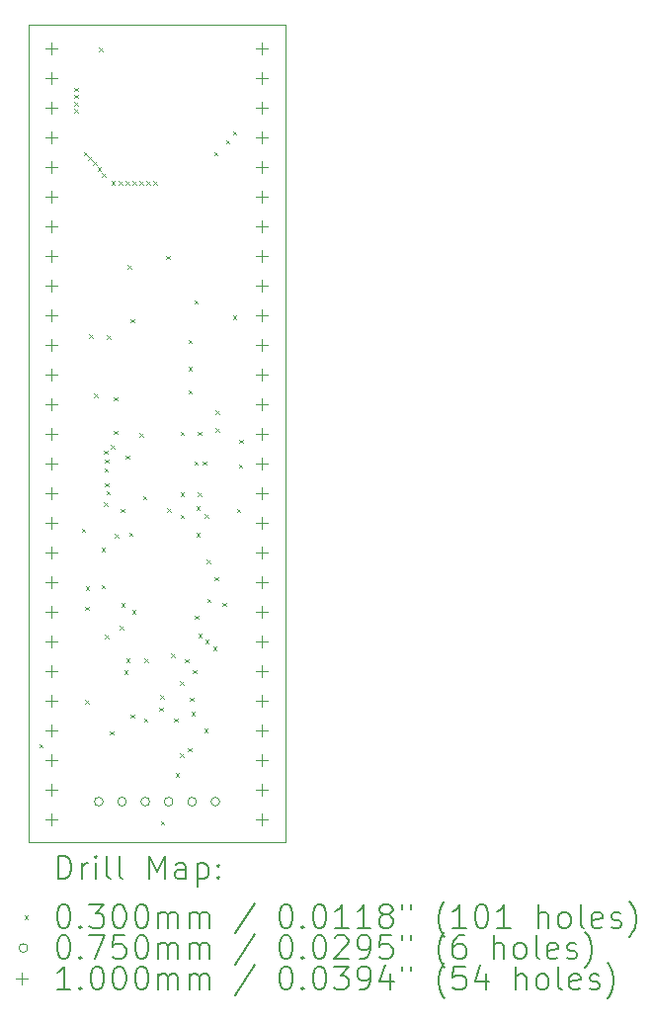
<source format=gbr>
%TF.GenerationSoftware,KiCad,Pcbnew,8.0.5*%
%TF.CreationDate,2024-10-01T14:56:49-07:00*%
%TF.ProjectId,gr25_nodes,67723235-5f6e-46f6-9465-732e6b696361,rev?*%
%TF.SameCoordinates,Original*%
%TF.FileFunction,Drillmap*%
%TF.FilePolarity,Positive*%
%FSLAX45Y45*%
G04 Gerber Fmt 4.5, Leading zero omitted, Abs format (unit mm)*
G04 Created by KiCad (PCBNEW 8.0.5) date 2024-10-01 14:56:49*
%MOMM*%
%LPD*%
G01*
G04 APERTURE LIST*
%ADD10C,0.100000*%
%ADD11C,0.200000*%
G04 APERTURE END LIST*
D10*
X13075000Y-9775000D02*
X13077500Y-2777500D01*
X10875000Y-2775000D02*
X10872500Y-9775000D01*
X13077500Y-2777500D02*
X10875000Y-2775000D01*
X10872500Y-9775000D02*
X13075000Y-9775000D01*
D11*
D10*
X10965000Y-8935000D02*
X10995000Y-8965000D01*
X10995000Y-8935000D02*
X10965000Y-8965000D01*
X11265000Y-3315000D02*
X11295000Y-3345000D01*
X11295000Y-3315000D02*
X11265000Y-3345000D01*
X11265000Y-3375000D02*
X11295000Y-3405000D01*
X11295000Y-3375000D02*
X11265000Y-3405000D01*
X11265000Y-3435000D02*
X11295000Y-3465000D01*
X11295000Y-3435000D02*
X11265000Y-3465000D01*
X11265000Y-3495000D02*
X11295000Y-3525000D01*
X11295000Y-3495000D02*
X11265000Y-3525000D01*
X11330000Y-7090000D02*
X11360000Y-7120000D01*
X11360000Y-7090000D02*
X11330000Y-7120000D01*
X11345000Y-3865000D02*
X11375000Y-3895000D01*
X11375000Y-3865000D02*
X11345000Y-3895000D01*
X11360000Y-7760000D02*
X11390000Y-7790000D01*
X11390000Y-7760000D02*
X11360000Y-7790000D01*
X11360000Y-8560000D02*
X11390000Y-8590000D01*
X11390000Y-8560000D02*
X11360000Y-8590000D01*
X11365000Y-7585000D02*
X11395000Y-7615000D01*
X11395000Y-7585000D02*
X11365000Y-7615000D01*
X11385000Y-3905000D02*
X11415000Y-3935000D01*
X11415000Y-3905000D02*
X11385000Y-3935000D01*
X11395000Y-5425000D02*
X11425000Y-5455000D01*
X11425000Y-5425000D02*
X11395000Y-5455000D01*
X11425000Y-3945000D02*
X11455000Y-3975000D01*
X11455000Y-3945000D02*
X11425000Y-3975000D01*
X11435000Y-5935000D02*
X11465000Y-5965000D01*
X11465000Y-5935000D02*
X11435000Y-5965000D01*
X11465000Y-3995000D02*
X11495000Y-4025000D01*
X11495000Y-3995000D02*
X11465000Y-4025000D01*
X11480000Y-2969497D02*
X11510000Y-2999497D01*
X11510000Y-2969497D02*
X11480000Y-2999497D01*
X11499401Y-7572905D02*
X11529401Y-7602905D01*
X11529401Y-7572905D02*
X11499401Y-7602905D01*
X11500000Y-7255000D02*
X11530000Y-7285000D01*
X11530000Y-7255000D02*
X11500000Y-7285000D01*
X11505000Y-4045000D02*
X11535000Y-4075000D01*
X11535000Y-4045000D02*
X11505000Y-4075000D01*
X11520000Y-6865000D02*
X11550000Y-6895000D01*
X11550000Y-6865000D02*
X11520000Y-6895000D01*
X11521317Y-6420000D02*
X11551317Y-6450000D01*
X11551317Y-6420000D02*
X11521317Y-6450000D01*
X11522663Y-6573124D02*
X11552663Y-6603124D01*
X11552663Y-6573124D02*
X11522663Y-6603124D01*
X11528456Y-6497138D02*
X11558456Y-6527138D01*
X11558456Y-6497138D02*
X11528456Y-6527138D01*
X11528492Y-6700952D02*
X11558492Y-6730952D01*
X11558492Y-6700952D02*
X11528492Y-6730952D01*
X11530000Y-8000000D02*
X11560000Y-8030000D01*
X11560000Y-8000000D02*
X11530000Y-8030000D01*
X11540000Y-6770000D02*
X11570000Y-6800000D01*
X11570000Y-6770000D02*
X11540000Y-6800000D01*
X11545000Y-5435000D02*
X11575000Y-5465000D01*
X11575000Y-5435000D02*
X11545000Y-5465000D01*
X11568765Y-8826235D02*
X11598765Y-8856235D01*
X11598765Y-8826235D02*
X11568765Y-8856235D01*
X11577693Y-6375000D02*
X11607693Y-6405000D01*
X11607693Y-6375000D02*
X11577693Y-6405000D01*
X11585000Y-4115000D02*
X11615000Y-4145000D01*
X11615000Y-4115000D02*
X11585000Y-4145000D01*
X11605000Y-5965000D02*
X11635000Y-5995000D01*
X11635000Y-5965000D02*
X11605000Y-5995000D01*
X11605000Y-6252500D02*
X11635000Y-6282500D01*
X11635000Y-6252500D02*
X11605000Y-6282500D01*
X11615000Y-7135000D02*
X11645000Y-7165000D01*
X11645000Y-7135000D02*
X11615000Y-7165000D01*
X11645000Y-4115000D02*
X11675000Y-4145000D01*
X11675000Y-4115000D02*
X11645000Y-4145000D01*
X11655000Y-7925000D02*
X11685000Y-7955000D01*
X11685000Y-7925000D02*
X11655000Y-7955000D01*
X11665000Y-6920126D02*
X11695000Y-6950126D01*
X11695000Y-6920126D02*
X11665000Y-6950126D01*
X11670000Y-7730000D02*
X11700000Y-7760000D01*
X11700000Y-7730000D02*
X11670000Y-7760000D01*
X11695000Y-8305000D02*
X11725000Y-8335000D01*
X11725000Y-8305000D02*
X11695000Y-8335000D01*
X11705000Y-4115000D02*
X11735000Y-4145000D01*
X11735000Y-4115000D02*
X11705000Y-4145000D01*
X11705000Y-6465000D02*
X11735000Y-6495000D01*
X11735000Y-6465000D02*
X11705000Y-6495000D01*
X11712500Y-8205000D02*
X11742500Y-8235000D01*
X11742500Y-8205000D02*
X11712500Y-8235000D01*
X11725000Y-4835000D02*
X11755000Y-4865000D01*
X11755000Y-4835000D02*
X11725000Y-4865000D01*
X11735000Y-7125000D02*
X11765000Y-7155000D01*
X11765000Y-7125000D02*
X11735000Y-7155000D01*
X11747500Y-5295000D02*
X11777500Y-5325000D01*
X11777500Y-5295000D02*
X11747500Y-5325000D01*
X11747863Y-8682137D02*
X11777863Y-8712137D01*
X11777863Y-8682137D02*
X11747863Y-8712137D01*
X11760000Y-7790000D02*
X11790000Y-7820000D01*
X11790000Y-7790000D02*
X11760000Y-7820000D01*
X11765000Y-4115000D02*
X11795000Y-4145000D01*
X11795000Y-4115000D02*
X11765000Y-4145000D01*
X11825000Y-4115000D02*
X11855000Y-4145000D01*
X11855000Y-4115000D02*
X11825000Y-4145000D01*
X11825000Y-6275000D02*
X11855000Y-6305000D01*
X11855000Y-6275000D02*
X11825000Y-6305000D01*
X11855000Y-6810000D02*
X11885000Y-6840000D01*
X11885000Y-6810000D02*
X11855000Y-6840000D01*
X11864544Y-8717500D02*
X11894544Y-8747500D01*
X11894544Y-8717500D02*
X11864544Y-8747500D01*
X11867500Y-8205000D02*
X11897500Y-8235000D01*
X11897500Y-8205000D02*
X11867500Y-8235000D01*
X11885000Y-4115000D02*
X11915000Y-4145000D01*
X11915000Y-4115000D02*
X11885000Y-4145000D01*
X11945000Y-4115000D02*
X11975000Y-4145000D01*
X11975000Y-4115000D02*
X11945000Y-4145000D01*
X11995265Y-8623735D02*
X12025265Y-8653735D01*
X12025265Y-8623735D02*
X11995265Y-8653735D01*
X12005000Y-8515000D02*
X12035000Y-8545000D01*
X12035000Y-8515000D02*
X12005000Y-8545000D01*
X12007500Y-9595000D02*
X12037500Y-9625000D01*
X12037500Y-9595000D02*
X12007500Y-9625000D01*
X12055000Y-4755000D02*
X12085000Y-4785000D01*
X12085000Y-4755000D02*
X12055000Y-4785000D01*
X12060000Y-6915000D02*
X12090000Y-6945000D01*
X12090000Y-6915000D02*
X12060000Y-6945000D01*
X12095888Y-8163388D02*
X12125888Y-8193388D01*
X12125888Y-8163388D02*
X12095888Y-8193388D01*
X12120000Y-8715000D02*
X12150000Y-8745000D01*
X12150000Y-8715000D02*
X12120000Y-8745000D01*
X12134000Y-9185000D02*
X12164000Y-9215000D01*
X12164000Y-9185000D02*
X12134000Y-9215000D01*
X12170000Y-9015000D02*
X12200000Y-9045000D01*
X12200000Y-9015000D02*
X12170000Y-9045000D01*
X12171265Y-8398735D02*
X12201265Y-8428735D01*
X12201265Y-8398735D02*
X12171265Y-8428735D01*
X12175000Y-6260000D02*
X12205000Y-6290000D01*
X12205000Y-6260000D02*
X12175000Y-6290000D01*
X12175000Y-6780000D02*
X12205000Y-6810000D01*
X12205000Y-6780000D02*
X12175000Y-6810000D01*
X12177420Y-6972500D02*
X12207420Y-7002500D01*
X12207420Y-6972500D02*
X12177420Y-7002500D01*
X12215000Y-8210000D02*
X12245000Y-8240000D01*
X12245000Y-8210000D02*
X12215000Y-8240000D01*
X12240000Y-8970000D02*
X12270000Y-9000000D01*
X12270000Y-8970000D02*
X12240000Y-9000000D01*
X12242500Y-5705000D02*
X12272500Y-5735000D01*
X12272500Y-5705000D02*
X12242500Y-5735000D01*
X12242500Y-5905000D02*
X12272500Y-5935000D01*
X12272500Y-5905000D02*
X12242500Y-5935000D01*
X12245000Y-5475000D02*
X12275000Y-5505000D01*
X12275000Y-5475000D02*
X12245000Y-5505000D01*
X12255000Y-8537000D02*
X12285000Y-8567000D01*
X12285000Y-8537000D02*
X12255000Y-8567000D01*
X12270000Y-8660000D02*
X12300000Y-8690000D01*
X12300000Y-8660000D02*
X12270000Y-8690000D01*
X12282500Y-8300000D02*
X12312500Y-8330000D01*
X12312500Y-8300000D02*
X12282500Y-8330000D01*
X12295000Y-5135000D02*
X12325000Y-5165000D01*
X12325000Y-5135000D02*
X12295000Y-5165000D01*
X12295000Y-6515000D02*
X12325000Y-6545000D01*
X12325000Y-6515000D02*
X12295000Y-6545000D01*
X12301250Y-7835000D02*
X12331250Y-7865000D01*
X12331250Y-7835000D02*
X12301250Y-7865000D01*
X12310000Y-6900000D02*
X12340000Y-6930000D01*
X12340000Y-6900000D02*
X12310000Y-6930000D01*
X12310000Y-7130000D02*
X12340000Y-7160000D01*
X12340000Y-7130000D02*
X12310000Y-7160000D01*
X12325000Y-6260000D02*
X12355000Y-6290000D01*
X12355000Y-6260000D02*
X12325000Y-6290000D01*
X12325000Y-6780000D02*
X12355000Y-6810000D01*
X12355000Y-6780000D02*
X12325000Y-6810000D01*
X12327500Y-7990000D02*
X12357500Y-8020000D01*
X12357500Y-7990000D02*
X12327500Y-8020000D01*
X12365000Y-6515000D02*
X12395000Y-6545000D01*
X12395000Y-6515000D02*
X12365000Y-6545000D01*
X12380000Y-8805000D02*
X12410000Y-8835000D01*
X12410000Y-8805000D02*
X12380000Y-8835000D01*
X12385000Y-6970000D02*
X12415000Y-7000000D01*
X12415000Y-6970000D02*
X12385000Y-7000000D01*
X12386338Y-8044386D02*
X12416338Y-8074386D01*
X12416338Y-8044386D02*
X12386338Y-8074386D01*
X12400000Y-7355000D02*
X12430000Y-7385000D01*
X12430000Y-7355000D02*
X12400000Y-7385000D01*
X12405000Y-7690000D02*
X12435000Y-7720000D01*
X12435000Y-7690000D02*
X12405000Y-7720000D01*
X12455000Y-8100000D02*
X12485000Y-8130000D01*
X12485000Y-8100000D02*
X12455000Y-8130000D01*
X12465000Y-3865000D02*
X12495000Y-3895000D01*
X12495000Y-3865000D02*
X12465000Y-3895000D01*
X12470000Y-7505000D02*
X12500000Y-7535000D01*
X12500000Y-7505000D02*
X12470000Y-7535000D01*
X12475000Y-6077500D02*
X12505000Y-6107500D01*
X12505000Y-6077500D02*
X12475000Y-6107500D01*
X12475000Y-6232500D02*
X12505000Y-6262500D01*
X12505000Y-6232500D02*
X12475000Y-6262500D01*
X12537500Y-7725000D02*
X12567500Y-7755000D01*
X12567500Y-7725000D02*
X12537500Y-7755000D01*
X12565000Y-3765000D02*
X12595000Y-3795000D01*
X12595000Y-3765000D02*
X12565000Y-3795000D01*
X12625000Y-3685000D02*
X12655000Y-3715000D01*
X12655000Y-3685000D02*
X12625000Y-3715000D01*
X12625000Y-5265000D02*
X12655000Y-5295000D01*
X12655000Y-5265000D02*
X12625000Y-5295000D01*
X12660000Y-6920000D02*
X12690000Y-6950000D01*
X12690000Y-6920000D02*
X12660000Y-6950000D01*
X12675000Y-6540000D02*
X12705000Y-6570000D01*
X12705000Y-6540000D02*
X12675000Y-6570000D01*
X12680000Y-6330000D02*
X12710000Y-6360000D01*
X12710000Y-6330000D02*
X12680000Y-6360000D01*
X11512500Y-9430000D02*
G75*
G02*
X11437500Y-9430000I-37500J0D01*
G01*
X11437500Y-9430000D02*
G75*
G02*
X11512500Y-9430000I37500J0D01*
G01*
X11712500Y-9430000D02*
G75*
G02*
X11637500Y-9430000I-37500J0D01*
G01*
X11637500Y-9430000D02*
G75*
G02*
X11712500Y-9430000I37500J0D01*
G01*
X11912500Y-9430000D02*
G75*
G02*
X11837500Y-9430000I-37500J0D01*
G01*
X11837500Y-9430000D02*
G75*
G02*
X11912500Y-9430000I37500J0D01*
G01*
X12112500Y-9430000D02*
G75*
G02*
X12037500Y-9430000I-37500J0D01*
G01*
X12037500Y-9430000D02*
G75*
G02*
X12112500Y-9430000I37500J0D01*
G01*
X12312500Y-9430000D02*
G75*
G02*
X12237500Y-9430000I-37500J0D01*
G01*
X12237500Y-9430000D02*
G75*
G02*
X12312500Y-9430000I37500J0D01*
G01*
X12512500Y-9430000D02*
G75*
G02*
X12437500Y-9430000I-37500J0D01*
G01*
X12437500Y-9430000D02*
G75*
G02*
X12512500Y-9430000I37500J0D01*
G01*
X11070000Y-2926000D02*
X11070000Y-3026000D01*
X11020000Y-2976000D02*
X11120000Y-2976000D01*
X11070000Y-3180000D02*
X11070000Y-3280000D01*
X11020000Y-3230000D02*
X11120000Y-3230000D01*
X11070000Y-3434000D02*
X11070000Y-3534000D01*
X11020000Y-3484000D02*
X11120000Y-3484000D01*
X11070000Y-3688000D02*
X11070000Y-3788000D01*
X11020000Y-3738000D02*
X11120000Y-3738000D01*
X11070000Y-3942000D02*
X11070000Y-4042000D01*
X11020000Y-3992000D02*
X11120000Y-3992000D01*
X11070000Y-4196000D02*
X11070000Y-4296000D01*
X11020000Y-4246000D02*
X11120000Y-4246000D01*
X11070000Y-4450000D02*
X11070000Y-4550000D01*
X11020000Y-4500000D02*
X11120000Y-4500000D01*
X11070000Y-4704000D02*
X11070000Y-4804000D01*
X11020000Y-4754000D02*
X11120000Y-4754000D01*
X11070000Y-4958000D02*
X11070000Y-5058000D01*
X11020000Y-5008000D02*
X11120000Y-5008000D01*
X11070000Y-5212000D02*
X11070000Y-5312000D01*
X11020000Y-5262000D02*
X11120000Y-5262000D01*
X11070000Y-5466000D02*
X11070000Y-5566000D01*
X11020000Y-5516000D02*
X11120000Y-5516000D01*
X11070000Y-5720000D02*
X11070000Y-5820000D01*
X11020000Y-5770000D02*
X11120000Y-5770000D01*
X11070000Y-5974000D02*
X11070000Y-6074000D01*
X11020000Y-6024000D02*
X11120000Y-6024000D01*
X11070000Y-6228000D02*
X11070000Y-6328000D01*
X11020000Y-6278000D02*
X11120000Y-6278000D01*
X11070000Y-6482000D02*
X11070000Y-6582000D01*
X11020000Y-6532000D02*
X11120000Y-6532000D01*
X11070000Y-6736000D02*
X11070000Y-6836000D01*
X11020000Y-6786000D02*
X11120000Y-6786000D01*
X11070000Y-6990000D02*
X11070000Y-7090000D01*
X11020000Y-7040000D02*
X11120000Y-7040000D01*
X11070000Y-7244000D02*
X11070000Y-7344000D01*
X11020000Y-7294000D02*
X11120000Y-7294000D01*
X11070000Y-7498000D02*
X11070000Y-7598000D01*
X11020000Y-7548000D02*
X11120000Y-7548000D01*
X11070000Y-7752000D02*
X11070000Y-7852000D01*
X11020000Y-7802000D02*
X11120000Y-7802000D01*
X11070000Y-8006000D02*
X11070000Y-8106000D01*
X11020000Y-8056000D02*
X11120000Y-8056000D01*
X11070000Y-8260000D02*
X11070000Y-8360000D01*
X11020000Y-8310000D02*
X11120000Y-8310000D01*
X11070000Y-8514000D02*
X11070000Y-8614000D01*
X11020000Y-8564000D02*
X11120000Y-8564000D01*
X11070000Y-8768000D02*
X11070000Y-8868000D01*
X11020000Y-8818000D02*
X11120000Y-8818000D01*
X11070000Y-9022000D02*
X11070000Y-9122000D01*
X11020000Y-9072000D02*
X11120000Y-9072000D01*
X11070000Y-9276000D02*
X11070000Y-9376000D01*
X11020000Y-9326000D02*
X11120000Y-9326000D01*
X11070000Y-9530000D02*
X11070000Y-9630000D01*
X11020000Y-9580000D02*
X11120000Y-9580000D01*
X12870000Y-2926000D02*
X12870000Y-3026000D01*
X12820000Y-2976000D02*
X12920000Y-2976000D01*
X12870000Y-3180000D02*
X12870000Y-3280000D01*
X12820000Y-3230000D02*
X12920000Y-3230000D01*
X12870000Y-3434000D02*
X12870000Y-3534000D01*
X12820000Y-3484000D02*
X12920000Y-3484000D01*
X12870000Y-3688000D02*
X12870000Y-3788000D01*
X12820000Y-3738000D02*
X12920000Y-3738000D01*
X12870000Y-3942000D02*
X12870000Y-4042000D01*
X12820000Y-3992000D02*
X12920000Y-3992000D01*
X12870000Y-4196000D02*
X12870000Y-4296000D01*
X12820000Y-4246000D02*
X12920000Y-4246000D01*
X12870000Y-4450000D02*
X12870000Y-4550000D01*
X12820000Y-4500000D02*
X12920000Y-4500000D01*
X12870000Y-4704000D02*
X12870000Y-4804000D01*
X12820000Y-4754000D02*
X12920000Y-4754000D01*
X12870000Y-4958000D02*
X12870000Y-5058000D01*
X12820000Y-5008000D02*
X12920000Y-5008000D01*
X12870000Y-5212000D02*
X12870000Y-5312000D01*
X12820000Y-5262000D02*
X12920000Y-5262000D01*
X12870000Y-5466000D02*
X12870000Y-5566000D01*
X12820000Y-5516000D02*
X12920000Y-5516000D01*
X12870000Y-5720000D02*
X12870000Y-5820000D01*
X12820000Y-5770000D02*
X12920000Y-5770000D01*
X12870000Y-5974000D02*
X12870000Y-6074000D01*
X12820000Y-6024000D02*
X12920000Y-6024000D01*
X12870000Y-6228000D02*
X12870000Y-6328000D01*
X12820000Y-6278000D02*
X12920000Y-6278000D01*
X12870000Y-6482000D02*
X12870000Y-6582000D01*
X12820000Y-6532000D02*
X12920000Y-6532000D01*
X12870000Y-6736000D02*
X12870000Y-6836000D01*
X12820000Y-6786000D02*
X12920000Y-6786000D01*
X12870000Y-6990000D02*
X12870000Y-7090000D01*
X12820000Y-7040000D02*
X12920000Y-7040000D01*
X12870000Y-7244000D02*
X12870000Y-7344000D01*
X12820000Y-7294000D02*
X12920000Y-7294000D01*
X12870000Y-7498000D02*
X12870000Y-7598000D01*
X12820000Y-7548000D02*
X12920000Y-7548000D01*
X12870000Y-7752000D02*
X12870000Y-7852000D01*
X12820000Y-7802000D02*
X12920000Y-7802000D01*
X12870000Y-8006000D02*
X12870000Y-8106000D01*
X12820000Y-8056000D02*
X12920000Y-8056000D01*
X12870000Y-8260000D02*
X12870000Y-8360000D01*
X12820000Y-8310000D02*
X12920000Y-8310000D01*
X12870000Y-8514000D02*
X12870000Y-8614000D01*
X12820000Y-8564000D02*
X12920000Y-8564000D01*
X12870000Y-8768000D02*
X12870000Y-8868000D01*
X12820000Y-8818000D02*
X12920000Y-8818000D01*
X12870000Y-9022000D02*
X12870000Y-9122000D01*
X12820000Y-9072000D02*
X12920000Y-9072000D01*
X12870000Y-9276000D02*
X12870000Y-9376000D01*
X12820000Y-9326000D02*
X12920000Y-9326000D01*
X12870000Y-9530000D02*
X12870000Y-9630000D01*
X12820000Y-9580000D02*
X12920000Y-9580000D01*
D11*
X11128277Y-10091484D02*
X11128277Y-9891484D01*
X11128277Y-9891484D02*
X11175896Y-9891484D01*
X11175896Y-9891484D02*
X11204467Y-9901008D01*
X11204467Y-9901008D02*
X11223515Y-9920055D01*
X11223515Y-9920055D02*
X11233039Y-9939103D01*
X11233039Y-9939103D02*
X11242562Y-9977198D01*
X11242562Y-9977198D02*
X11242562Y-10005770D01*
X11242562Y-10005770D02*
X11233039Y-10043865D01*
X11233039Y-10043865D02*
X11223515Y-10062912D01*
X11223515Y-10062912D02*
X11204467Y-10081960D01*
X11204467Y-10081960D02*
X11175896Y-10091484D01*
X11175896Y-10091484D02*
X11128277Y-10091484D01*
X11328277Y-10091484D02*
X11328277Y-9958150D01*
X11328277Y-9996246D02*
X11337801Y-9977198D01*
X11337801Y-9977198D02*
X11347324Y-9967674D01*
X11347324Y-9967674D02*
X11366372Y-9958150D01*
X11366372Y-9958150D02*
X11385420Y-9958150D01*
X11452086Y-10091484D02*
X11452086Y-9958150D01*
X11452086Y-9891484D02*
X11442562Y-9901008D01*
X11442562Y-9901008D02*
X11452086Y-9910531D01*
X11452086Y-9910531D02*
X11461610Y-9901008D01*
X11461610Y-9901008D02*
X11452086Y-9891484D01*
X11452086Y-9891484D02*
X11452086Y-9910531D01*
X11575896Y-10091484D02*
X11556848Y-10081960D01*
X11556848Y-10081960D02*
X11547324Y-10062912D01*
X11547324Y-10062912D02*
X11547324Y-9891484D01*
X11680658Y-10091484D02*
X11661610Y-10081960D01*
X11661610Y-10081960D02*
X11652086Y-10062912D01*
X11652086Y-10062912D02*
X11652086Y-9891484D01*
X11909229Y-10091484D02*
X11909229Y-9891484D01*
X11909229Y-9891484D02*
X11975896Y-10034341D01*
X11975896Y-10034341D02*
X12042562Y-9891484D01*
X12042562Y-9891484D02*
X12042562Y-10091484D01*
X12223515Y-10091484D02*
X12223515Y-9986722D01*
X12223515Y-9986722D02*
X12213991Y-9967674D01*
X12213991Y-9967674D02*
X12194943Y-9958150D01*
X12194943Y-9958150D02*
X12156848Y-9958150D01*
X12156848Y-9958150D02*
X12137801Y-9967674D01*
X12223515Y-10081960D02*
X12204467Y-10091484D01*
X12204467Y-10091484D02*
X12156848Y-10091484D01*
X12156848Y-10091484D02*
X12137801Y-10081960D01*
X12137801Y-10081960D02*
X12128277Y-10062912D01*
X12128277Y-10062912D02*
X12128277Y-10043865D01*
X12128277Y-10043865D02*
X12137801Y-10024817D01*
X12137801Y-10024817D02*
X12156848Y-10015293D01*
X12156848Y-10015293D02*
X12204467Y-10015293D01*
X12204467Y-10015293D02*
X12223515Y-10005770D01*
X12318753Y-9958150D02*
X12318753Y-10158150D01*
X12318753Y-9967674D02*
X12337801Y-9958150D01*
X12337801Y-9958150D02*
X12375896Y-9958150D01*
X12375896Y-9958150D02*
X12394943Y-9967674D01*
X12394943Y-9967674D02*
X12404467Y-9977198D01*
X12404467Y-9977198D02*
X12413991Y-9996246D01*
X12413991Y-9996246D02*
X12413991Y-10053389D01*
X12413991Y-10053389D02*
X12404467Y-10072436D01*
X12404467Y-10072436D02*
X12394943Y-10081960D01*
X12394943Y-10081960D02*
X12375896Y-10091484D01*
X12375896Y-10091484D02*
X12337801Y-10091484D01*
X12337801Y-10091484D02*
X12318753Y-10081960D01*
X12499705Y-10072436D02*
X12509229Y-10081960D01*
X12509229Y-10081960D02*
X12499705Y-10091484D01*
X12499705Y-10091484D02*
X12490182Y-10081960D01*
X12490182Y-10081960D02*
X12499705Y-10072436D01*
X12499705Y-10072436D02*
X12499705Y-10091484D01*
X12499705Y-9967674D02*
X12509229Y-9977198D01*
X12509229Y-9977198D02*
X12499705Y-9986722D01*
X12499705Y-9986722D02*
X12490182Y-9977198D01*
X12490182Y-9977198D02*
X12499705Y-9967674D01*
X12499705Y-9967674D02*
X12499705Y-9986722D01*
D10*
X10837500Y-10405000D02*
X10867500Y-10435000D01*
X10867500Y-10405000D02*
X10837500Y-10435000D01*
D11*
X11166372Y-10311484D02*
X11185420Y-10311484D01*
X11185420Y-10311484D02*
X11204467Y-10321008D01*
X11204467Y-10321008D02*
X11213991Y-10330531D01*
X11213991Y-10330531D02*
X11223515Y-10349579D01*
X11223515Y-10349579D02*
X11233039Y-10387674D01*
X11233039Y-10387674D02*
X11233039Y-10435293D01*
X11233039Y-10435293D02*
X11223515Y-10473389D01*
X11223515Y-10473389D02*
X11213991Y-10492436D01*
X11213991Y-10492436D02*
X11204467Y-10501960D01*
X11204467Y-10501960D02*
X11185420Y-10511484D01*
X11185420Y-10511484D02*
X11166372Y-10511484D01*
X11166372Y-10511484D02*
X11147324Y-10501960D01*
X11147324Y-10501960D02*
X11137801Y-10492436D01*
X11137801Y-10492436D02*
X11128277Y-10473389D01*
X11128277Y-10473389D02*
X11118753Y-10435293D01*
X11118753Y-10435293D02*
X11118753Y-10387674D01*
X11118753Y-10387674D02*
X11128277Y-10349579D01*
X11128277Y-10349579D02*
X11137801Y-10330531D01*
X11137801Y-10330531D02*
X11147324Y-10321008D01*
X11147324Y-10321008D02*
X11166372Y-10311484D01*
X11318753Y-10492436D02*
X11328277Y-10501960D01*
X11328277Y-10501960D02*
X11318753Y-10511484D01*
X11318753Y-10511484D02*
X11309229Y-10501960D01*
X11309229Y-10501960D02*
X11318753Y-10492436D01*
X11318753Y-10492436D02*
X11318753Y-10511484D01*
X11394943Y-10311484D02*
X11518753Y-10311484D01*
X11518753Y-10311484D02*
X11452086Y-10387674D01*
X11452086Y-10387674D02*
X11480658Y-10387674D01*
X11480658Y-10387674D02*
X11499705Y-10397198D01*
X11499705Y-10397198D02*
X11509229Y-10406722D01*
X11509229Y-10406722D02*
X11518753Y-10425770D01*
X11518753Y-10425770D02*
X11518753Y-10473389D01*
X11518753Y-10473389D02*
X11509229Y-10492436D01*
X11509229Y-10492436D02*
X11499705Y-10501960D01*
X11499705Y-10501960D02*
X11480658Y-10511484D01*
X11480658Y-10511484D02*
X11423515Y-10511484D01*
X11423515Y-10511484D02*
X11404467Y-10501960D01*
X11404467Y-10501960D02*
X11394943Y-10492436D01*
X11642562Y-10311484D02*
X11661610Y-10311484D01*
X11661610Y-10311484D02*
X11680658Y-10321008D01*
X11680658Y-10321008D02*
X11690182Y-10330531D01*
X11690182Y-10330531D02*
X11699705Y-10349579D01*
X11699705Y-10349579D02*
X11709229Y-10387674D01*
X11709229Y-10387674D02*
X11709229Y-10435293D01*
X11709229Y-10435293D02*
X11699705Y-10473389D01*
X11699705Y-10473389D02*
X11690182Y-10492436D01*
X11690182Y-10492436D02*
X11680658Y-10501960D01*
X11680658Y-10501960D02*
X11661610Y-10511484D01*
X11661610Y-10511484D02*
X11642562Y-10511484D01*
X11642562Y-10511484D02*
X11623515Y-10501960D01*
X11623515Y-10501960D02*
X11613991Y-10492436D01*
X11613991Y-10492436D02*
X11604467Y-10473389D01*
X11604467Y-10473389D02*
X11594943Y-10435293D01*
X11594943Y-10435293D02*
X11594943Y-10387674D01*
X11594943Y-10387674D02*
X11604467Y-10349579D01*
X11604467Y-10349579D02*
X11613991Y-10330531D01*
X11613991Y-10330531D02*
X11623515Y-10321008D01*
X11623515Y-10321008D02*
X11642562Y-10311484D01*
X11833039Y-10311484D02*
X11852086Y-10311484D01*
X11852086Y-10311484D02*
X11871134Y-10321008D01*
X11871134Y-10321008D02*
X11880658Y-10330531D01*
X11880658Y-10330531D02*
X11890182Y-10349579D01*
X11890182Y-10349579D02*
X11899705Y-10387674D01*
X11899705Y-10387674D02*
X11899705Y-10435293D01*
X11899705Y-10435293D02*
X11890182Y-10473389D01*
X11890182Y-10473389D02*
X11880658Y-10492436D01*
X11880658Y-10492436D02*
X11871134Y-10501960D01*
X11871134Y-10501960D02*
X11852086Y-10511484D01*
X11852086Y-10511484D02*
X11833039Y-10511484D01*
X11833039Y-10511484D02*
X11813991Y-10501960D01*
X11813991Y-10501960D02*
X11804467Y-10492436D01*
X11804467Y-10492436D02*
X11794943Y-10473389D01*
X11794943Y-10473389D02*
X11785420Y-10435293D01*
X11785420Y-10435293D02*
X11785420Y-10387674D01*
X11785420Y-10387674D02*
X11794943Y-10349579D01*
X11794943Y-10349579D02*
X11804467Y-10330531D01*
X11804467Y-10330531D02*
X11813991Y-10321008D01*
X11813991Y-10321008D02*
X11833039Y-10311484D01*
X11985420Y-10511484D02*
X11985420Y-10378150D01*
X11985420Y-10397198D02*
X11994943Y-10387674D01*
X11994943Y-10387674D02*
X12013991Y-10378150D01*
X12013991Y-10378150D02*
X12042563Y-10378150D01*
X12042563Y-10378150D02*
X12061610Y-10387674D01*
X12061610Y-10387674D02*
X12071134Y-10406722D01*
X12071134Y-10406722D02*
X12071134Y-10511484D01*
X12071134Y-10406722D02*
X12080658Y-10387674D01*
X12080658Y-10387674D02*
X12099705Y-10378150D01*
X12099705Y-10378150D02*
X12128277Y-10378150D01*
X12128277Y-10378150D02*
X12147324Y-10387674D01*
X12147324Y-10387674D02*
X12156848Y-10406722D01*
X12156848Y-10406722D02*
X12156848Y-10511484D01*
X12252086Y-10511484D02*
X12252086Y-10378150D01*
X12252086Y-10397198D02*
X12261610Y-10387674D01*
X12261610Y-10387674D02*
X12280658Y-10378150D01*
X12280658Y-10378150D02*
X12309229Y-10378150D01*
X12309229Y-10378150D02*
X12328277Y-10387674D01*
X12328277Y-10387674D02*
X12337801Y-10406722D01*
X12337801Y-10406722D02*
X12337801Y-10511484D01*
X12337801Y-10406722D02*
X12347324Y-10387674D01*
X12347324Y-10387674D02*
X12366372Y-10378150D01*
X12366372Y-10378150D02*
X12394943Y-10378150D01*
X12394943Y-10378150D02*
X12413991Y-10387674D01*
X12413991Y-10387674D02*
X12423515Y-10406722D01*
X12423515Y-10406722D02*
X12423515Y-10511484D01*
X12813991Y-10301960D02*
X12642563Y-10559103D01*
X13071134Y-10311484D02*
X13090182Y-10311484D01*
X13090182Y-10311484D02*
X13109229Y-10321008D01*
X13109229Y-10321008D02*
X13118753Y-10330531D01*
X13118753Y-10330531D02*
X13128277Y-10349579D01*
X13128277Y-10349579D02*
X13137801Y-10387674D01*
X13137801Y-10387674D02*
X13137801Y-10435293D01*
X13137801Y-10435293D02*
X13128277Y-10473389D01*
X13128277Y-10473389D02*
X13118753Y-10492436D01*
X13118753Y-10492436D02*
X13109229Y-10501960D01*
X13109229Y-10501960D02*
X13090182Y-10511484D01*
X13090182Y-10511484D02*
X13071134Y-10511484D01*
X13071134Y-10511484D02*
X13052086Y-10501960D01*
X13052086Y-10501960D02*
X13042563Y-10492436D01*
X13042563Y-10492436D02*
X13033039Y-10473389D01*
X13033039Y-10473389D02*
X13023515Y-10435293D01*
X13023515Y-10435293D02*
X13023515Y-10387674D01*
X13023515Y-10387674D02*
X13033039Y-10349579D01*
X13033039Y-10349579D02*
X13042563Y-10330531D01*
X13042563Y-10330531D02*
X13052086Y-10321008D01*
X13052086Y-10321008D02*
X13071134Y-10311484D01*
X13223515Y-10492436D02*
X13233039Y-10501960D01*
X13233039Y-10501960D02*
X13223515Y-10511484D01*
X13223515Y-10511484D02*
X13213991Y-10501960D01*
X13213991Y-10501960D02*
X13223515Y-10492436D01*
X13223515Y-10492436D02*
X13223515Y-10511484D01*
X13356848Y-10311484D02*
X13375896Y-10311484D01*
X13375896Y-10311484D02*
X13394944Y-10321008D01*
X13394944Y-10321008D02*
X13404467Y-10330531D01*
X13404467Y-10330531D02*
X13413991Y-10349579D01*
X13413991Y-10349579D02*
X13423515Y-10387674D01*
X13423515Y-10387674D02*
X13423515Y-10435293D01*
X13423515Y-10435293D02*
X13413991Y-10473389D01*
X13413991Y-10473389D02*
X13404467Y-10492436D01*
X13404467Y-10492436D02*
X13394944Y-10501960D01*
X13394944Y-10501960D02*
X13375896Y-10511484D01*
X13375896Y-10511484D02*
X13356848Y-10511484D01*
X13356848Y-10511484D02*
X13337801Y-10501960D01*
X13337801Y-10501960D02*
X13328277Y-10492436D01*
X13328277Y-10492436D02*
X13318753Y-10473389D01*
X13318753Y-10473389D02*
X13309229Y-10435293D01*
X13309229Y-10435293D02*
X13309229Y-10387674D01*
X13309229Y-10387674D02*
X13318753Y-10349579D01*
X13318753Y-10349579D02*
X13328277Y-10330531D01*
X13328277Y-10330531D02*
X13337801Y-10321008D01*
X13337801Y-10321008D02*
X13356848Y-10311484D01*
X13613991Y-10511484D02*
X13499706Y-10511484D01*
X13556848Y-10511484D02*
X13556848Y-10311484D01*
X13556848Y-10311484D02*
X13537801Y-10340055D01*
X13537801Y-10340055D02*
X13518753Y-10359103D01*
X13518753Y-10359103D02*
X13499706Y-10368627D01*
X13804467Y-10511484D02*
X13690182Y-10511484D01*
X13747325Y-10511484D02*
X13747325Y-10311484D01*
X13747325Y-10311484D02*
X13728277Y-10340055D01*
X13728277Y-10340055D02*
X13709229Y-10359103D01*
X13709229Y-10359103D02*
X13690182Y-10368627D01*
X13918753Y-10397198D02*
X13899706Y-10387674D01*
X13899706Y-10387674D02*
X13890182Y-10378150D01*
X13890182Y-10378150D02*
X13880658Y-10359103D01*
X13880658Y-10359103D02*
X13880658Y-10349579D01*
X13880658Y-10349579D02*
X13890182Y-10330531D01*
X13890182Y-10330531D02*
X13899706Y-10321008D01*
X13899706Y-10321008D02*
X13918753Y-10311484D01*
X13918753Y-10311484D02*
X13956848Y-10311484D01*
X13956848Y-10311484D02*
X13975896Y-10321008D01*
X13975896Y-10321008D02*
X13985420Y-10330531D01*
X13985420Y-10330531D02*
X13994944Y-10349579D01*
X13994944Y-10349579D02*
X13994944Y-10359103D01*
X13994944Y-10359103D02*
X13985420Y-10378150D01*
X13985420Y-10378150D02*
X13975896Y-10387674D01*
X13975896Y-10387674D02*
X13956848Y-10397198D01*
X13956848Y-10397198D02*
X13918753Y-10397198D01*
X13918753Y-10397198D02*
X13899706Y-10406722D01*
X13899706Y-10406722D02*
X13890182Y-10416246D01*
X13890182Y-10416246D02*
X13880658Y-10435293D01*
X13880658Y-10435293D02*
X13880658Y-10473389D01*
X13880658Y-10473389D02*
X13890182Y-10492436D01*
X13890182Y-10492436D02*
X13899706Y-10501960D01*
X13899706Y-10501960D02*
X13918753Y-10511484D01*
X13918753Y-10511484D02*
X13956848Y-10511484D01*
X13956848Y-10511484D02*
X13975896Y-10501960D01*
X13975896Y-10501960D02*
X13985420Y-10492436D01*
X13985420Y-10492436D02*
X13994944Y-10473389D01*
X13994944Y-10473389D02*
X13994944Y-10435293D01*
X13994944Y-10435293D02*
X13985420Y-10416246D01*
X13985420Y-10416246D02*
X13975896Y-10406722D01*
X13975896Y-10406722D02*
X13956848Y-10397198D01*
X14071134Y-10311484D02*
X14071134Y-10349579D01*
X14147325Y-10311484D02*
X14147325Y-10349579D01*
X14442563Y-10587674D02*
X14433039Y-10578150D01*
X14433039Y-10578150D02*
X14413991Y-10549579D01*
X14413991Y-10549579D02*
X14404468Y-10530531D01*
X14404468Y-10530531D02*
X14394944Y-10501960D01*
X14394944Y-10501960D02*
X14385420Y-10454341D01*
X14385420Y-10454341D02*
X14385420Y-10416246D01*
X14385420Y-10416246D02*
X14394944Y-10368627D01*
X14394944Y-10368627D02*
X14404468Y-10340055D01*
X14404468Y-10340055D02*
X14413991Y-10321008D01*
X14413991Y-10321008D02*
X14433039Y-10292436D01*
X14433039Y-10292436D02*
X14442563Y-10282912D01*
X14623515Y-10511484D02*
X14509229Y-10511484D01*
X14566372Y-10511484D02*
X14566372Y-10311484D01*
X14566372Y-10311484D02*
X14547325Y-10340055D01*
X14547325Y-10340055D02*
X14528277Y-10359103D01*
X14528277Y-10359103D02*
X14509229Y-10368627D01*
X14747325Y-10311484D02*
X14766372Y-10311484D01*
X14766372Y-10311484D02*
X14785420Y-10321008D01*
X14785420Y-10321008D02*
X14794944Y-10330531D01*
X14794944Y-10330531D02*
X14804468Y-10349579D01*
X14804468Y-10349579D02*
X14813991Y-10387674D01*
X14813991Y-10387674D02*
X14813991Y-10435293D01*
X14813991Y-10435293D02*
X14804468Y-10473389D01*
X14804468Y-10473389D02*
X14794944Y-10492436D01*
X14794944Y-10492436D02*
X14785420Y-10501960D01*
X14785420Y-10501960D02*
X14766372Y-10511484D01*
X14766372Y-10511484D02*
X14747325Y-10511484D01*
X14747325Y-10511484D02*
X14728277Y-10501960D01*
X14728277Y-10501960D02*
X14718753Y-10492436D01*
X14718753Y-10492436D02*
X14709229Y-10473389D01*
X14709229Y-10473389D02*
X14699706Y-10435293D01*
X14699706Y-10435293D02*
X14699706Y-10387674D01*
X14699706Y-10387674D02*
X14709229Y-10349579D01*
X14709229Y-10349579D02*
X14718753Y-10330531D01*
X14718753Y-10330531D02*
X14728277Y-10321008D01*
X14728277Y-10321008D02*
X14747325Y-10311484D01*
X15004468Y-10511484D02*
X14890182Y-10511484D01*
X14947325Y-10511484D02*
X14947325Y-10311484D01*
X14947325Y-10311484D02*
X14928277Y-10340055D01*
X14928277Y-10340055D02*
X14909229Y-10359103D01*
X14909229Y-10359103D02*
X14890182Y-10368627D01*
X15242563Y-10511484D02*
X15242563Y-10311484D01*
X15328277Y-10511484D02*
X15328277Y-10406722D01*
X15328277Y-10406722D02*
X15318753Y-10387674D01*
X15318753Y-10387674D02*
X15299706Y-10378150D01*
X15299706Y-10378150D02*
X15271134Y-10378150D01*
X15271134Y-10378150D02*
X15252087Y-10387674D01*
X15252087Y-10387674D02*
X15242563Y-10397198D01*
X15452087Y-10511484D02*
X15433039Y-10501960D01*
X15433039Y-10501960D02*
X15423515Y-10492436D01*
X15423515Y-10492436D02*
X15413991Y-10473389D01*
X15413991Y-10473389D02*
X15413991Y-10416246D01*
X15413991Y-10416246D02*
X15423515Y-10397198D01*
X15423515Y-10397198D02*
X15433039Y-10387674D01*
X15433039Y-10387674D02*
X15452087Y-10378150D01*
X15452087Y-10378150D02*
X15480658Y-10378150D01*
X15480658Y-10378150D02*
X15499706Y-10387674D01*
X15499706Y-10387674D02*
X15509230Y-10397198D01*
X15509230Y-10397198D02*
X15518753Y-10416246D01*
X15518753Y-10416246D02*
X15518753Y-10473389D01*
X15518753Y-10473389D02*
X15509230Y-10492436D01*
X15509230Y-10492436D02*
X15499706Y-10501960D01*
X15499706Y-10501960D02*
X15480658Y-10511484D01*
X15480658Y-10511484D02*
X15452087Y-10511484D01*
X15633039Y-10511484D02*
X15613991Y-10501960D01*
X15613991Y-10501960D02*
X15604468Y-10482912D01*
X15604468Y-10482912D02*
X15604468Y-10311484D01*
X15785420Y-10501960D02*
X15766372Y-10511484D01*
X15766372Y-10511484D02*
X15728277Y-10511484D01*
X15728277Y-10511484D02*
X15709230Y-10501960D01*
X15709230Y-10501960D02*
X15699706Y-10482912D01*
X15699706Y-10482912D02*
X15699706Y-10406722D01*
X15699706Y-10406722D02*
X15709230Y-10387674D01*
X15709230Y-10387674D02*
X15728277Y-10378150D01*
X15728277Y-10378150D02*
X15766372Y-10378150D01*
X15766372Y-10378150D02*
X15785420Y-10387674D01*
X15785420Y-10387674D02*
X15794944Y-10406722D01*
X15794944Y-10406722D02*
X15794944Y-10425770D01*
X15794944Y-10425770D02*
X15699706Y-10444817D01*
X15871134Y-10501960D02*
X15890182Y-10511484D01*
X15890182Y-10511484D02*
X15928277Y-10511484D01*
X15928277Y-10511484D02*
X15947325Y-10501960D01*
X15947325Y-10501960D02*
X15956849Y-10482912D01*
X15956849Y-10482912D02*
X15956849Y-10473389D01*
X15956849Y-10473389D02*
X15947325Y-10454341D01*
X15947325Y-10454341D02*
X15928277Y-10444817D01*
X15928277Y-10444817D02*
X15899706Y-10444817D01*
X15899706Y-10444817D02*
X15880658Y-10435293D01*
X15880658Y-10435293D02*
X15871134Y-10416246D01*
X15871134Y-10416246D02*
X15871134Y-10406722D01*
X15871134Y-10406722D02*
X15880658Y-10387674D01*
X15880658Y-10387674D02*
X15899706Y-10378150D01*
X15899706Y-10378150D02*
X15928277Y-10378150D01*
X15928277Y-10378150D02*
X15947325Y-10387674D01*
X16023515Y-10587674D02*
X16033039Y-10578150D01*
X16033039Y-10578150D02*
X16052087Y-10549579D01*
X16052087Y-10549579D02*
X16061611Y-10530531D01*
X16061611Y-10530531D02*
X16071134Y-10501960D01*
X16071134Y-10501960D02*
X16080658Y-10454341D01*
X16080658Y-10454341D02*
X16080658Y-10416246D01*
X16080658Y-10416246D02*
X16071134Y-10368627D01*
X16071134Y-10368627D02*
X16061611Y-10340055D01*
X16061611Y-10340055D02*
X16052087Y-10321008D01*
X16052087Y-10321008D02*
X16033039Y-10292436D01*
X16033039Y-10292436D02*
X16023515Y-10282912D01*
D10*
X10867500Y-10684000D02*
G75*
G02*
X10792500Y-10684000I-37500J0D01*
G01*
X10792500Y-10684000D02*
G75*
G02*
X10867500Y-10684000I37500J0D01*
G01*
D11*
X11166372Y-10575484D02*
X11185420Y-10575484D01*
X11185420Y-10575484D02*
X11204467Y-10585008D01*
X11204467Y-10585008D02*
X11213991Y-10594531D01*
X11213991Y-10594531D02*
X11223515Y-10613579D01*
X11223515Y-10613579D02*
X11233039Y-10651674D01*
X11233039Y-10651674D02*
X11233039Y-10699293D01*
X11233039Y-10699293D02*
X11223515Y-10737389D01*
X11223515Y-10737389D02*
X11213991Y-10756436D01*
X11213991Y-10756436D02*
X11204467Y-10765960D01*
X11204467Y-10765960D02*
X11185420Y-10775484D01*
X11185420Y-10775484D02*
X11166372Y-10775484D01*
X11166372Y-10775484D02*
X11147324Y-10765960D01*
X11147324Y-10765960D02*
X11137801Y-10756436D01*
X11137801Y-10756436D02*
X11128277Y-10737389D01*
X11128277Y-10737389D02*
X11118753Y-10699293D01*
X11118753Y-10699293D02*
X11118753Y-10651674D01*
X11118753Y-10651674D02*
X11128277Y-10613579D01*
X11128277Y-10613579D02*
X11137801Y-10594531D01*
X11137801Y-10594531D02*
X11147324Y-10585008D01*
X11147324Y-10585008D02*
X11166372Y-10575484D01*
X11318753Y-10756436D02*
X11328277Y-10765960D01*
X11328277Y-10765960D02*
X11318753Y-10775484D01*
X11318753Y-10775484D02*
X11309229Y-10765960D01*
X11309229Y-10765960D02*
X11318753Y-10756436D01*
X11318753Y-10756436D02*
X11318753Y-10775484D01*
X11394943Y-10575484D02*
X11528277Y-10575484D01*
X11528277Y-10575484D02*
X11442562Y-10775484D01*
X11699705Y-10575484D02*
X11604467Y-10575484D01*
X11604467Y-10575484D02*
X11594943Y-10670722D01*
X11594943Y-10670722D02*
X11604467Y-10661198D01*
X11604467Y-10661198D02*
X11623515Y-10651674D01*
X11623515Y-10651674D02*
X11671134Y-10651674D01*
X11671134Y-10651674D02*
X11690182Y-10661198D01*
X11690182Y-10661198D02*
X11699705Y-10670722D01*
X11699705Y-10670722D02*
X11709229Y-10689770D01*
X11709229Y-10689770D02*
X11709229Y-10737389D01*
X11709229Y-10737389D02*
X11699705Y-10756436D01*
X11699705Y-10756436D02*
X11690182Y-10765960D01*
X11690182Y-10765960D02*
X11671134Y-10775484D01*
X11671134Y-10775484D02*
X11623515Y-10775484D01*
X11623515Y-10775484D02*
X11604467Y-10765960D01*
X11604467Y-10765960D02*
X11594943Y-10756436D01*
X11833039Y-10575484D02*
X11852086Y-10575484D01*
X11852086Y-10575484D02*
X11871134Y-10585008D01*
X11871134Y-10585008D02*
X11880658Y-10594531D01*
X11880658Y-10594531D02*
X11890182Y-10613579D01*
X11890182Y-10613579D02*
X11899705Y-10651674D01*
X11899705Y-10651674D02*
X11899705Y-10699293D01*
X11899705Y-10699293D02*
X11890182Y-10737389D01*
X11890182Y-10737389D02*
X11880658Y-10756436D01*
X11880658Y-10756436D02*
X11871134Y-10765960D01*
X11871134Y-10765960D02*
X11852086Y-10775484D01*
X11852086Y-10775484D02*
X11833039Y-10775484D01*
X11833039Y-10775484D02*
X11813991Y-10765960D01*
X11813991Y-10765960D02*
X11804467Y-10756436D01*
X11804467Y-10756436D02*
X11794943Y-10737389D01*
X11794943Y-10737389D02*
X11785420Y-10699293D01*
X11785420Y-10699293D02*
X11785420Y-10651674D01*
X11785420Y-10651674D02*
X11794943Y-10613579D01*
X11794943Y-10613579D02*
X11804467Y-10594531D01*
X11804467Y-10594531D02*
X11813991Y-10585008D01*
X11813991Y-10585008D02*
X11833039Y-10575484D01*
X11985420Y-10775484D02*
X11985420Y-10642150D01*
X11985420Y-10661198D02*
X11994943Y-10651674D01*
X11994943Y-10651674D02*
X12013991Y-10642150D01*
X12013991Y-10642150D02*
X12042563Y-10642150D01*
X12042563Y-10642150D02*
X12061610Y-10651674D01*
X12061610Y-10651674D02*
X12071134Y-10670722D01*
X12071134Y-10670722D02*
X12071134Y-10775484D01*
X12071134Y-10670722D02*
X12080658Y-10651674D01*
X12080658Y-10651674D02*
X12099705Y-10642150D01*
X12099705Y-10642150D02*
X12128277Y-10642150D01*
X12128277Y-10642150D02*
X12147324Y-10651674D01*
X12147324Y-10651674D02*
X12156848Y-10670722D01*
X12156848Y-10670722D02*
X12156848Y-10775484D01*
X12252086Y-10775484D02*
X12252086Y-10642150D01*
X12252086Y-10661198D02*
X12261610Y-10651674D01*
X12261610Y-10651674D02*
X12280658Y-10642150D01*
X12280658Y-10642150D02*
X12309229Y-10642150D01*
X12309229Y-10642150D02*
X12328277Y-10651674D01*
X12328277Y-10651674D02*
X12337801Y-10670722D01*
X12337801Y-10670722D02*
X12337801Y-10775484D01*
X12337801Y-10670722D02*
X12347324Y-10651674D01*
X12347324Y-10651674D02*
X12366372Y-10642150D01*
X12366372Y-10642150D02*
X12394943Y-10642150D01*
X12394943Y-10642150D02*
X12413991Y-10651674D01*
X12413991Y-10651674D02*
X12423515Y-10670722D01*
X12423515Y-10670722D02*
X12423515Y-10775484D01*
X12813991Y-10565960D02*
X12642563Y-10823103D01*
X13071134Y-10575484D02*
X13090182Y-10575484D01*
X13090182Y-10575484D02*
X13109229Y-10585008D01*
X13109229Y-10585008D02*
X13118753Y-10594531D01*
X13118753Y-10594531D02*
X13128277Y-10613579D01*
X13128277Y-10613579D02*
X13137801Y-10651674D01*
X13137801Y-10651674D02*
X13137801Y-10699293D01*
X13137801Y-10699293D02*
X13128277Y-10737389D01*
X13128277Y-10737389D02*
X13118753Y-10756436D01*
X13118753Y-10756436D02*
X13109229Y-10765960D01*
X13109229Y-10765960D02*
X13090182Y-10775484D01*
X13090182Y-10775484D02*
X13071134Y-10775484D01*
X13071134Y-10775484D02*
X13052086Y-10765960D01*
X13052086Y-10765960D02*
X13042563Y-10756436D01*
X13042563Y-10756436D02*
X13033039Y-10737389D01*
X13033039Y-10737389D02*
X13023515Y-10699293D01*
X13023515Y-10699293D02*
X13023515Y-10651674D01*
X13023515Y-10651674D02*
X13033039Y-10613579D01*
X13033039Y-10613579D02*
X13042563Y-10594531D01*
X13042563Y-10594531D02*
X13052086Y-10585008D01*
X13052086Y-10585008D02*
X13071134Y-10575484D01*
X13223515Y-10756436D02*
X13233039Y-10765960D01*
X13233039Y-10765960D02*
X13223515Y-10775484D01*
X13223515Y-10775484D02*
X13213991Y-10765960D01*
X13213991Y-10765960D02*
X13223515Y-10756436D01*
X13223515Y-10756436D02*
X13223515Y-10775484D01*
X13356848Y-10575484D02*
X13375896Y-10575484D01*
X13375896Y-10575484D02*
X13394944Y-10585008D01*
X13394944Y-10585008D02*
X13404467Y-10594531D01*
X13404467Y-10594531D02*
X13413991Y-10613579D01*
X13413991Y-10613579D02*
X13423515Y-10651674D01*
X13423515Y-10651674D02*
X13423515Y-10699293D01*
X13423515Y-10699293D02*
X13413991Y-10737389D01*
X13413991Y-10737389D02*
X13404467Y-10756436D01*
X13404467Y-10756436D02*
X13394944Y-10765960D01*
X13394944Y-10765960D02*
X13375896Y-10775484D01*
X13375896Y-10775484D02*
X13356848Y-10775484D01*
X13356848Y-10775484D02*
X13337801Y-10765960D01*
X13337801Y-10765960D02*
X13328277Y-10756436D01*
X13328277Y-10756436D02*
X13318753Y-10737389D01*
X13318753Y-10737389D02*
X13309229Y-10699293D01*
X13309229Y-10699293D02*
X13309229Y-10651674D01*
X13309229Y-10651674D02*
X13318753Y-10613579D01*
X13318753Y-10613579D02*
X13328277Y-10594531D01*
X13328277Y-10594531D02*
X13337801Y-10585008D01*
X13337801Y-10585008D02*
X13356848Y-10575484D01*
X13499706Y-10594531D02*
X13509229Y-10585008D01*
X13509229Y-10585008D02*
X13528277Y-10575484D01*
X13528277Y-10575484D02*
X13575896Y-10575484D01*
X13575896Y-10575484D02*
X13594944Y-10585008D01*
X13594944Y-10585008D02*
X13604467Y-10594531D01*
X13604467Y-10594531D02*
X13613991Y-10613579D01*
X13613991Y-10613579D02*
X13613991Y-10632627D01*
X13613991Y-10632627D02*
X13604467Y-10661198D01*
X13604467Y-10661198D02*
X13490182Y-10775484D01*
X13490182Y-10775484D02*
X13613991Y-10775484D01*
X13709229Y-10775484D02*
X13747325Y-10775484D01*
X13747325Y-10775484D02*
X13766372Y-10765960D01*
X13766372Y-10765960D02*
X13775896Y-10756436D01*
X13775896Y-10756436D02*
X13794944Y-10727865D01*
X13794944Y-10727865D02*
X13804467Y-10689770D01*
X13804467Y-10689770D02*
X13804467Y-10613579D01*
X13804467Y-10613579D02*
X13794944Y-10594531D01*
X13794944Y-10594531D02*
X13785420Y-10585008D01*
X13785420Y-10585008D02*
X13766372Y-10575484D01*
X13766372Y-10575484D02*
X13728277Y-10575484D01*
X13728277Y-10575484D02*
X13709229Y-10585008D01*
X13709229Y-10585008D02*
X13699706Y-10594531D01*
X13699706Y-10594531D02*
X13690182Y-10613579D01*
X13690182Y-10613579D02*
X13690182Y-10661198D01*
X13690182Y-10661198D02*
X13699706Y-10680246D01*
X13699706Y-10680246D02*
X13709229Y-10689770D01*
X13709229Y-10689770D02*
X13728277Y-10699293D01*
X13728277Y-10699293D02*
X13766372Y-10699293D01*
X13766372Y-10699293D02*
X13785420Y-10689770D01*
X13785420Y-10689770D02*
X13794944Y-10680246D01*
X13794944Y-10680246D02*
X13804467Y-10661198D01*
X13985420Y-10575484D02*
X13890182Y-10575484D01*
X13890182Y-10575484D02*
X13880658Y-10670722D01*
X13880658Y-10670722D02*
X13890182Y-10661198D01*
X13890182Y-10661198D02*
X13909229Y-10651674D01*
X13909229Y-10651674D02*
X13956848Y-10651674D01*
X13956848Y-10651674D02*
X13975896Y-10661198D01*
X13975896Y-10661198D02*
X13985420Y-10670722D01*
X13985420Y-10670722D02*
X13994944Y-10689770D01*
X13994944Y-10689770D02*
X13994944Y-10737389D01*
X13994944Y-10737389D02*
X13985420Y-10756436D01*
X13985420Y-10756436D02*
X13975896Y-10765960D01*
X13975896Y-10765960D02*
X13956848Y-10775484D01*
X13956848Y-10775484D02*
X13909229Y-10775484D01*
X13909229Y-10775484D02*
X13890182Y-10765960D01*
X13890182Y-10765960D02*
X13880658Y-10756436D01*
X14071134Y-10575484D02*
X14071134Y-10613579D01*
X14147325Y-10575484D02*
X14147325Y-10613579D01*
X14442563Y-10851674D02*
X14433039Y-10842150D01*
X14433039Y-10842150D02*
X14413991Y-10813579D01*
X14413991Y-10813579D02*
X14404468Y-10794531D01*
X14404468Y-10794531D02*
X14394944Y-10765960D01*
X14394944Y-10765960D02*
X14385420Y-10718341D01*
X14385420Y-10718341D02*
X14385420Y-10680246D01*
X14385420Y-10680246D02*
X14394944Y-10632627D01*
X14394944Y-10632627D02*
X14404468Y-10604055D01*
X14404468Y-10604055D02*
X14413991Y-10585008D01*
X14413991Y-10585008D02*
X14433039Y-10556436D01*
X14433039Y-10556436D02*
X14442563Y-10546912D01*
X14604468Y-10575484D02*
X14566372Y-10575484D01*
X14566372Y-10575484D02*
X14547325Y-10585008D01*
X14547325Y-10585008D02*
X14537801Y-10594531D01*
X14537801Y-10594531D02*
X14518753Y-10623103D01*
X14518753Y-10623103D02*
X14509229Y-10661198D01*
X14509229Y-10661198D02*
X14509229Y-10737389D01*
X14509229Y-10737389D02*
X14518753Y-10756436D01*
X14518753Y-10756436D02*
X14528277Y-10765960D01*
X14528277Y-10765960D02*
X14547325Y-10775484D01*
X14547325Y-10775484D02*
X14585420Y-10775484D01*
X14585420Y-10775484D02*
X14604468Y-10765960D01*
X14604468Y-10765960D02*
X14613991Y-10756436D01*
X14613991Y-10756436D02*
X14623515Y-10737389D01*
X14623515Y-10737389D02*
X14623515Y-10689770D01*
X14623515Y-10689770D02*
X14613991Y-10670722D01*
X14613991Y-10670722D02*
X14604468Y-10661198D01*
X14604468Y-10661198D02*
X14585420Y-10651674D01*
X14585420Y-10651674D02*
X14547325Y-10651674D01*
X14547325Y-10651674D02*
X14528277Y-10661198D01*
X14528277Y-10661198D02*
X14518753Y-10670722D01*
X14518753Y-10670722D02*
X14509229Y-10689770D01*
X14861610Y-10775484D02*
X14861610Y-10575484D01*
X14947325Y-10775484D02*
X14947325Y-10670722D01*
X14947325Y-10670722D02*
X14937801Y-10651674D01*
X14937801Y-10651674D02*
X14918753Y-10642150D01*
X14918753Y-10642150D02*
X14890182Y-10642150D01*
X14890182Y-10642150D02*
X14871134Y-10651674D01*
X14871134Y-10651674D02*
X14861610Y-10661198D01*
X15071134Y-10775484D02*
X15052087Y-10765960D01*
X15052087Y-10765960D02*
X15042563Y-10756436D01*
X15042563Y-10756436D02*
X15033039Y-10737389D01*
X15033039Y-10737389D02*
X15033039Y-10680246D01*
X15033039Y-10680246D02*
X15042563Y-10661198D01*
X15042563Y-10661198D02*
X15052087Y-10651674D01*
X15052087Y-10651674D02*
X15071134Y-10642150D01*
X15071134Y-10642150D02*
X15099706Y-10642150D01*
X15099706Y-10642150D02*
X15118753Y-10651674D01*
X15118753Y-10651674D02*
X15128277Y-10661198D01*
X15128277Y-10661198D02*
X15137801Y-10680246D01*
X15137801Y-10680246D02*
X15137801Y-10737389D01*
X15137801Y-10737389D02*
X15128277Y-10756436D01*
X15128277Y-10756436D02*
X15118753Y-10765960D01*
X15118753Y-10765960D02*
X15099706Y-10775484D01*
X15099706Y-10775484D02*
X15071134Y-10775484D01*
X15252087Y-10775484D02*
X15233039Y-10765960D01*
X15233039Y-10765960D02*
X15223515Y-10746912D01*
X15223515Y-10746912D02*
X15223515Y-10575484D01*
X15404468Y-10765960D02*
X15385420Y-10775484D01*
X15385420Y-10775484D02*
X15347325Y-10775484D01*
X15347325Y-10775484D02*
X15328277Y-10765960D01*
X15328277Y-10765960D02*
X15318753Y-10746912D01*
X15318753Y-10746912D02*
X15318753Y-10670722D01*
X15318753Y-10670722D02*
X15328277Y-10651674D01*
X15328277Y-10651674D02*
X15347325Y-10642150D01*
X15347325Y-10642150D02*
X15385420Y-10642150D01*
X15385420Y-10642150D02*
X15404468Y-10651674D01*
X15404468Y-10651674D02*
X15413991Y-10670722D01*
X15413991Y-10670722D02*
X15413991Y-10689770D01*
X15413991Y-10689770D02*
X15318753Y-10708817D01*
X15490182Y-10765960D02*
X15509230Y-10775484D01*
X15509230Y-10775484D02*
X15547325Y-10775484D01*
X15547325Y-10775484D02*
X15566372Y-10765960D01*
X15566372Y-10765960D02*
X15575896Y-10746912D01*
X15575896Y-10746912D02*
X15575896Y-10737389D01*
X15575896Y-10737389D02*
X15566372Y-10718341D01*
X15566372Y-10718341D02*
X15547325Y-10708817D01*
X15547325Y-10708817D02*
X15518753Y-10708817D01*
X15518753Y-10708817D02*
X15499706Y-10699293D01*
X15499706Y-10699293D02*
X15490182Y-10680246D01*
X15490182Y-10680246D02*
X15490182Y-10670722D01*
X15490182Y-10670722D02*
X15499706Y-10651674D01*
X15499706Y-10651674D02*
X15518753Y-10642150D01*
X15518753Y-10642150D02*
X15547325Y-10642150D01*
X15547325Y-10642150D02*
X15566372Y-10651674D01*
X15642563Y-10851674D02*
X15652087Y-10842150D01*
X15652087Y-10842150D02*
X15671134Y-10813579D01*
X15671134Y-10813579D02*
X15680658Y-10794531D01*
X15680658Y-10794531D02*
X15690182Y-10765960D01*
X15690182Y-10765960D02*
X15699706Y-10718341D01*
X15699706Y-10718341D02*
X15699706Y-10680246D01*
X15699706Y-10680246D02*
X15690182Y-10632627D01*
X15690182Y-10632627D02*
X15680658Y-10604055D01*
X15680658Y-10604055D02*
X15671134Y-10585008D01*
X15671134Y-10585008D02*
X15652087Y-10556436D01*
X15652087Y-10556436D02*
X15642563Y-10546912D01*
D10*
X10817500Y-10898000D02*
X10817500Y-10998000D01*
X10767500Y-10948000D02*
X10867500Y-10948000D01*
D11*
X11233039Y-11039484D02*
X11118753Y-11039484D01*
X11175896Y-11039484D02*
X11175896Y-10839484D01*
X11175896Y-10839484D02*
X11156848Y-10868055D01*
X11156848Y-10868055D02*
X11137801Y-10887103D01*
X11137801Y-10887103D02*
X11118753Y-10896627D01*
X11318753Y-11020436D02*
X11328277Y-11029960D01*
X11328277Y-11029960D02*
X11318753Y-11039484D01*
X11318753Y-11039484D02*
X11309229Y-11029960D01*
X11309229Y-11029960D02*
X11318753Y-11020436D01*
X11318753Y-11020436D02*
X11318753Y-11039484D01*
X11452086Y-10839484D02*
X11471134Y-10839484D01*
X11471134Y-10839484D02*
X11490182Y-10849008D01*
X11490182Y-10849008D02*
X11499705Y-10858531D01*
X11499705Y-10858531D02*
X11509229Y-10877579D01*
X11509229Y-10877579D02*
X11518753Y-10915674D01*
X11518753Y-10915674D02*
X11518753Y-10963293D01*
X11518753Y-10963293D02*
X11509229Y-11001389D01*
X11509229Y-11001389D02*
X11499705Y-11020436D01*
X11499705Y-11020436D02*
X11490182Y-11029960D01*
X11490182Y-11029960D02*
X11471134Y-11039484D01*
X11471134Y-11039484D02*
X11452086Y-11039484D01*
X11452086Y-11039484D02*
X11433039Y-11029960D01*
X11433039Y-11029960D02*
X11423515Y-11020436D01*
X11423515Y-11020436D02*
X11413991Y-11001389D01*
X11413991Y-11001389D02*
X11404467Y-10963293D01*
X11404467Y-10963293D02*
X11404467Y-10915674D01*
X11404467Y-10915674D02*
X11413991Y-10877579D01*
X11413991Y-10877579D02*
X11423515Y-10858531D01*
X11423515Y-10858531D02*
X11433039Y-10849008D01*
X11433039Y-10849008D02*
X11452086Y-10839484D01*
X11642562Y-10839484D02*
X11661610Y-10839484D01*
X11661610Y-10839484D02*
X11680658Y-10849008D01*
X11680658Y-10849008D02*
X11690182Y-10858531D01*
X11690182Y-10858531D02*
X11699705Y-10877579D01*
X11699705Y-10877579D02*
X11709229Y-10915674D01*
X11709229Y-10915674D02*
X11709229Y-10963293D01*
X11709229Y-10963293D02*
X11699705Y-11001389D01*
X11699705Y-11001389D02*
X11690182Y-11020436D01*
X11690182Y-11020436D02*
X11680658Y-11029960D01*
X11680658Y-11029960D02*
X11661610Y-11039484D01*
X11661610Y-11039484D02*
X11642562Y-11039484D01*
X11642562Y-11039484D02*
X11623515Y-11029960D01*
X11623515Y-11029960D02*
X11613991Y-11020436D01*
X11613991Y-11020436D02*
X11604467Y-11001389D01*
X11604467Y-11001389D02*
X11594943Y-10963293D01*
X11594943Y-10963293D02*
X11594943Y-10915674D01*
X11594943Y-10915674D02*
X11604467Y-10877579D01*
X11604467Y-10877579D02*
X11613991Y-10858531D01*
X11613991Y-10858531D02*
X11623515Y-10849008D01*
X11623515Y-10849008D02*
X11642562Y-10839484D01*
X11833039Y-10839484D02*
X11852086Y-10839484D01*
X11852086Y-10839484D02*
X11871134Y-10849008D01*
X11871134Y-10849008D02*
X11880658Y-10858531D01*
X11880658Y-10858531D02*
X11890182Y-10877579D01*
X11890182Y-10877579D02*
X11899705Y-10915674D01*
X11899705Y-10915674D02*
X11899705Y-10963293D01*
X11899705Y-10963293D02*
X11890182Y-11001389D01*
X11890182Y-11001389D02*
X11880658Y-11020436D01*
X11880658Y-11020436D02*
X11871134Y-11029960D01*
X11871134Y-11029960D02*
X11852086Y-11039484D01*
X11852086Y-11039484D02*
X11833039Y-11039484D01*
X11833039Y-11039484D02*
X11813991Y-11029960D01*
X11813991Y-11029960D02*
X11804467Y-11020436D01*
X11804467Y-11020436D02*
X11794943Y-11001389D01*
X11794943Y-11001389D02*
X11785420Y-10963293D01*
X11785420Y-10963293D02*
X11785420Y-10915674D01*
X11785420Y-10915674D02*
X11794943Y-10877579D01*
X11794943Y-10877579D02*
X11804467Y-10858531D01*
X11804467Y-10858531D02*
X11813991Y-10849008D01*
X11813991Y-10849008D02*
X11833039Y-10839484D01*
X11985420Y-11039484D02*
X11985420Y-10906150D01*
X11985420Y-10925198D02*
X11994943Y-10915674D01*
X11994943Y-10915674D02*
X12013991Y-10906150D01*
X12013991Y-10906150D02*
X12042563Y-10906150D01*
X12042563Y-10906150D02*
X12061610Y-10915674D01*
X12061610Y-10915674D02*
X12071134Y-10934722D01*
X12071134Y-10934722D02*
X12071134Y-11039484D01*
X12071134Y-10934722D02*
X12080658Y-10915674D01*
X12080658Y-10915674D02*
X12099705Y-10906150D01*
X12099705Y-10906150D02*
X12128277Y-10906150D01*
X12128277Y-10906150D02*
X12147324Y-10915674D01*
X12147324Y-10915674D02*
X12156848Y-10934722D01*
X12156848Y-10934722D02*
X12156848Y-11039484D01*
X12252086Y-11039484D02*
X12252086Y-10906150D01*
X12252086Y-10925198D02*
X12261610Y-10915674D01*
X12261610Y-10915674D02*
X12280658Y-10906150D01*
X12280658Y-10906150D02*
X12309229Y-10906150D01*
X12309229Y-10906150D02*
X12328277Y-10915674D01*
X12328277Y-10915674D02*
X12337801Y-10934722D01*
X12337801Y-10934722D02*
X12337801Y-11039484D01*
X12337801Y-10934722D02*
X12347324Y-10915674D01*
X12347324Y-10915674D02*
X12366372Y-10906150D01*
X12366372Y-10906150D02*
X12394943Y-10906150D01*
X12394943Y-10906150D02*
X12413991Y-10915674D01*
X12413991Y-10915674D02*
X12423515Y-10934722D01*
X12423515Y-10934722D02*
X12423515Y-11039484D01*
X12813991Y-10829960D02*
X12642563Y-11087103D01*
X13071134Y-10839484D02*
X13090182Y-10839484D01*
X13090182Y-10839484D02*
X13109229Y-10849008D01*
X13109229Y-10849008D02*
X13118753Y-10858531D01*
X13118753Y-10858531D02*
X13128277Y-10877579D01*
X13128277Y-10877579D02*
X13137801Y-10915674D01*
X13137801Y-10915674D02*
X13137801Y-10963293D01*
X13137801Y-10963293D02*
X13128277Y-11001389D01*
X13128277Y-11001389D02*
X13118753Y-11020436D01*
X13118753Y-11020436D02*
X13109229Y-11029960D01*
X13109229Y-11029960D02*
X13090182Y-11039484D01*
X13090182Y-11039484D02*
X13071134Y-11039484D01*
X13071134Y-11039484D02*
X13052086Y-11029960D01*
X13052086Y-11029960D02*
X13042563Y-11020436D01*
X13042563Y-11020436D02*
X13033039Y-11001389D01*
X13033039Y-11001389D02*
X13023515Y-10963293D01*
X13023515Y-10963293D02*
X13023515Y-10915674D01*
X13023515Y-10915674D02*
X13033039Y-10877579D01*
X13033039Y-10877579D02*
X13042563Y-10858531D01*
X13042563Y-10858531D02*
X13052086Y-10849008D01*
X13052086Y-10849008D02*
X13071134Y-10839484D01*
X13223515Y-11020436D02*
X13233039Y-11029960D01*
X13233039Y-11029960D02*
X13223515Y-11039484D01*
X13223515Y-11039484D02*
X13213991Y-11029960D01*
X13213991Y-11029960D02*
X13223515Y-11020436D01*
X13223515Y-11020436D02*
X13223515Y-11039484D01*
X13356848Y-10839484D02*
X13375896Y-10839484D01*
X13375896Y-10839484D02*
X13394944Y-10849008D01*
X13394944Y-10849008D02*
X13404467Y-10858531D01*
X13404467Y-10858531D02*
X13413991Y-10877579D01*
X13413991Y-10877579D02*
X13423515Y-10915674D01*
X13423515Y-10915674D02*
X13423515Y-10963293D01*
X13423515Y-10963293D02*
X13413991Y-11001389D01*
X13413991Y-11001389D02*
X13404467Y-11020436D01*
X13404467Y-11020436D02*
X13394944Y-11029960D01*
X13394944Y-11029960D02*
X13375896Y-11039484D01*
X13375896Y-11039484D02*
X13356848Y-11039484D01*
X13356848Y-11039484D02*
X13337801Y-11029960D01*
X13337801Y-11029960D02*
X13328277Y-11020436D01*
X13328277Y-11020436D02*
X13318753Y-11001389D01*
X13318753Y-11001389D02*
X13309229Y-10963293D01*
X13309229Y-10963293D02*
X13309229Y-10915674D01*
X13309229Y-10915674D02*
X13318753Y-10877579D01*
X13318753Y-10877579D02*
X13328277Y-10858531D01*
X13328277Y-10858531D02*
X13337801Y-10849008D01*
X13337801Y-10849008D02*
X13356848Y-10839484D01*
X13490182Y-10839484D02*
X13613991Y-10839484D01*
X13613991Y-10839484D02*
X13547325Y-10915674D01*
X13547325Y-10915674D02*
X13575896Y-10915674D01*
X13575896Y-10915674D02*
X13594944Y-10925198D01*
X13594944Y-10925198D02*
X13604467Y-10934722D01*
X13604467Y-10934722D02*
X13613991Y-10953770D01*
X13613991Y-10953770D02*
X13613991Y-11001389D01*
X13613991Y-11001389D02*
X13604467Y-11020436D01*
X13604467Y-11020436D02*
X13594944Y-11029960D01*
X13594944Y-11029960D02*
X13575896Y-11039484D01*
X13575896Y-11039484D02*
X13518753Y-11039484D01*
X13518753Y-11039484D02*
X13499706Y-11029960D01*
X13499706Y-11029960D02*
X13490182Y-11020436D01*
X13709229Y-11039484D02*
X13747325Y-11039484D01*
X13747325Y-11039484D02*
X13766372Y-11029960D01*
X13766372Y-11029960D02*
X13775896Y-11020436D01*
X13775896Y-11020436D02*
X13794944Y-10991865D01*
X13794944Y-10991865D02*
X13804467Y-10953770D01*
X13804467Y-10953770D02*
X13804467Y-10877579D01*
X13804467Y-10877579D02*
X13794944Y-10858531D01*
X13794944Y-10858531D02*
X13785420Y-10849008D01*
X13785420Y-10849008D02*
X13766372Y-10839484D01*
X13766372Y-10839484D02*
X13728277Y-10839484D01*
X13728277Y-10839484D02*
X13709229Y-10849008D01*
X13709229Y-10849008D02*
X13699706Y-10858531D01*
X13699706Y-10858531D02*
X13690182Y-10877579D01*
X13690182Y-10877579D02*
X13690182Y-10925198D01*
X13690182Y-10925198D02*
X13699706Y-10944246D01*
X13699706Y-10944246D02*
X13709229Y-10953770D01*
X13709229Y-10953770D02*
X13728277Y-10963293D01*
X13728277Y-10963293D02*
X13766372Y-10963293D01*
X13766372Y-10963293D02*
X13785420Y-10953770D01*
X13785420Y-10953770D02*
X13794944Y-10944246D01*
X13794944Y-10944246D02*
X13804467Y-10925198D01*
X13975896Y-10906150D02*
X13975896Y-11039484D01*
X13928277Y-10829960D02*
X13880658Y-10972817D01*
X13880658Y-10972817D02*
X14004467Y-10972817D01*
X14071134Y-10839484D02*
X14071134Y-10877579D01*
X14147325Y-10839484D02*
X14147325Y-10877579D01*
X14442563Y-11115674D02*
X14433039Y-11106150D01*
X14433039Y-11106150D02*
X14413991Y-11077579D01*
X14413991Y-11077579D02*
X14404468Y-11058531D01*
X14404468Y-11058531D02*
X14394944Y-11029960D01*
X14394944Y-11029960D02*
X14385420Y-10982341D01*
X14385420Y-10982341D02*
X14385420Y-10944246D01*
X14385420Y-10944246D02*
X14394944Y-10896627D01*
X14394944Y-10896627D02*
X14404468Y-10868055D01*
X14404468Y-10868055D02*
X14413991Y-10849008D01*
X14413991Y-10849008D02*
X14433039Y-10820436D01*
X14433039Y-10820436D02*
X14442563Y-10810912D01*
X14613991Y-10839484D02*
X14518753Y-10839484D01*
X14518753Y-10839484D02*
X14509229Y-10934722D01*
X14509229Y-10934722D02*
X14518753Y-10925198D01*
X14518753Y-10925198D02*
X14537801Y-10915674D01*
X14537801Y-10915674D02*
X14585420Y-10915674D01*
X14585420Y-10915674D02*
X14604468Y-10925198D01*
X14604468Y-10925198D02*
X14613991Y-10934722D01*
X14613991Y-10934722D02*
X14623515Y-10953770D01*
X14623515Y-10953770D02*
X14623515Y-11001389D01*
X14623515Y-11001389D02*
X14613991Y-11020436D01*
X14613991Y-11020436D02*
X14604468Y-11029960D01*
X14604468Y-11029960D02*
X14585420Y-11039484D01*
X14585420Y-11039484D02*
X14537801Y-11039484D01*
X14537801Y-11039484D02*
X14518753Y-11029960D01*
X14518753Y-11029960D02*
X14509229Y-11020436D01*
X14794944Y-10906150D02*
X14794944Y-11039484D01*
X14747325Y-10829960D02*
X14699706Y-10972817D01*
X14699706Y-10972817D02*
X14823515Y-10972817D01*
X15052087Y-11039484D02*
X15052087Y-10839484D01*
X15137801Y-11039484D02*
X15137801Y-10934722D01*
X15137801Y-10934722D02*
X15128277Y-10915674D01*
X15128277Y-10915674D02*
X15109230Y-10906150D01*
X15109230Y-10906150D02*
X15080658Y-10906150D01*
X15080658Y-10906150D02*
X15061610Y-10915674D01*
X15061610Y-10915674D02*
X15052087Y-10925198D01*
X15261610Y-11039484D02*
X15242563Y-11029960D01*
X15242563Y-11029960D02*
X15233039Y-11020436D01*
X15233039Y-11020436D02*
X15223515Y-11001389D01*
X15223515Y-11001389D02*
X15223515Y-10944246D01*
X15223515Y-10944246D02*
X15233039Y-10925198D01*
X15233039Y-10925198D02*
X15242563Y-10915674D01*
X15242563Y-10915674D02*
X15261610Y-10906150D01*
X15261610Y-10906150D02*
X15290182Y-10906150D01*
X15290182Y-10906150D02*
X15309230Y-10915674D01*
X15309230Y-10915674D02*
X15318753Y-10925198D01*
X15318753Y-10925198D02*
X15328277Y-10944246D01*
X15328277Y-10944246D02*
X15328277Y-11001389D01*
X15328277Y-11001389D02*
X15318753Y-11020436D01*
X15318753Y-11020436D02*
X15309230Y-11029960D01*
X15309230Y-11029960D02*
X15290182Y-11039484D01*
X15290182Y-11039484D02*
X15261610Y-11039484D01*
X15442563Y-11039484D02*
X15423515Y-11029960D01*
X15423515Y-11029960D02*
X15413991Y-11010912D01*
X15413991Y-11010912D02*
X15413991Y-10839484D01*
X15594944Y-11029960D02*
X15575896Y-11039484D01*
X15575896Y-11039484D02*
X15537801Y-11039484D01*
X15537801Y-11039484D02*
X15518753Y-11029960D01*
X15518753Y-11029960D02*
X15509230Y-11010912D01*
X15509230Y-11010912D02*
X15509230Y-10934722D01*
X15509230Y-10934722D02*
X15518753Y-10915674D01*
X15518753Y-10915674D02*
X15537801Y-10906150D01*
X15537801Y-10906150D02*
X15575896Y-10906150D01*
X15575896Y-10906150D02*
X15594944Y-10915674D01*
X15594944Y-10915674D02*
X15604468Y-10934722D01*
X15604468Y-10934722D02*
X15604468Y-10953770D01*
X15604468Y-10953770D02*
X15509230Y-10972817D01*
X15680658Y-11029960D02*
X15699706Y-11039484D01*
X15699706Y-11039484D02*
X15737801Y-11039484D01*
X15737801Y-11039484D02*
X15756849Y-11029960D01*
X15756849Y-11029960D02*
X15766372Y-11010912D01*
X15766372Y-11010912D02*
X15766372Y-11001389D01*
X15766372Y-11001389D02*
X15756849Y-10982341D01*
X15756849Y-10982341D02*
X15737801Y-10972817D01*
X15737801Y-10972817D02*
X15709230Y-10972817D01*
X15709230Y-10972817D02*
X15690182Y-10963293D01*
X15690182Y-10963293D02*
X15680658Y-10944246D01*
X15680658Y-10944246D02*
X15680658Y-10934722D01*
X15680658Y-10934722D02*
X15690182Y-10915674D01*
X15690182Y-10915674D02*
X15709230Y-10906150D01*
X15709230Y-10906150D02*
X15737801Y-10906150D01*
X15737801Y-10906150D02*
X15756849Y-10915674D01*
X15833039Y-11115674D02*
X15842563Y-11106150D01*
X15842563Y-11106150D02*
X15861611Y-11077579D01*
X15861611Y-11077579D02*
X15871134Y-11058531D01*
X15871134Y-11058531D02*
X15880658Y-11029960D01*
X15880658Y-11029960D02*
X15890182Y-10982341D01*
X15890182Y-10982341D02*
X15890182Y-10944246D01*
X15890182Y-10944246D02*
X15880658Y-10896627D01*
X15880658Y-10896627D02*
X15871134Y-10868055D01*
X15871134Y-10868055D02*
X15861611Y-10849008D01*
X15861611Y-10849008D02*
X15842563Y-10820436D01*
X15842563Y-10820436D02*
X15833039Y-10810912D01*
M02*

</source>
